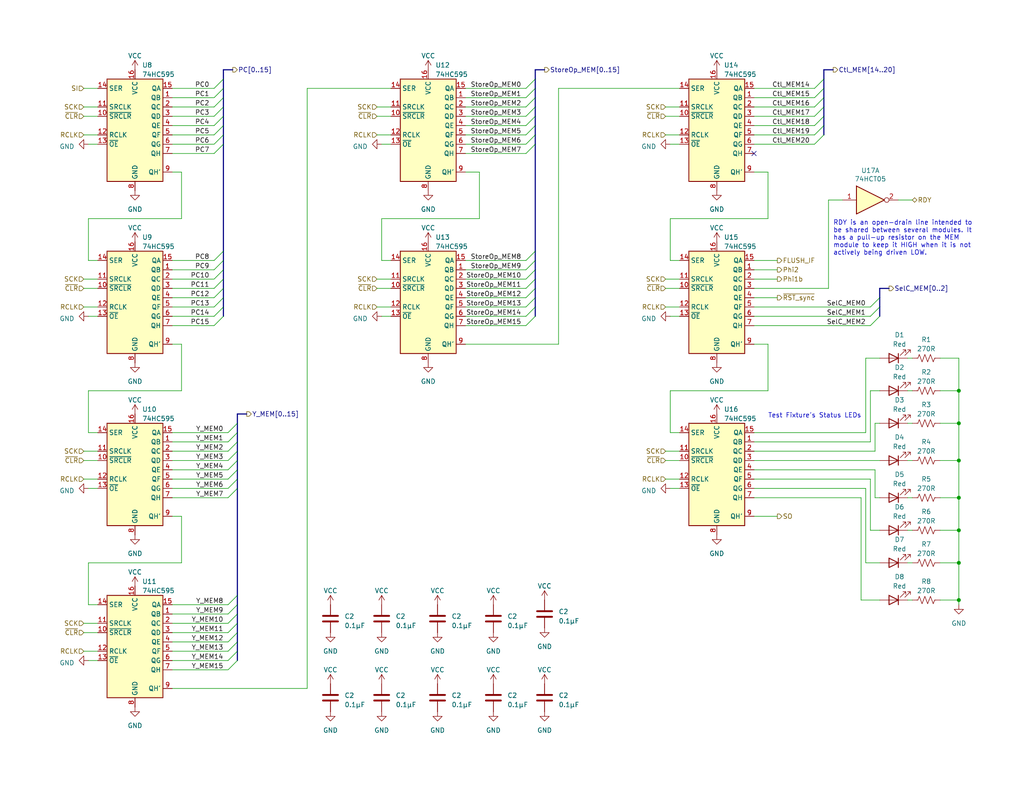
<source format=kicad_sch>
(kicad_sch (version 20230121) (generator eeschema)
  (paper "USLetter")
  (title_block (date "2023-03-20"))
  (junction (at 295.91 69.85))
  (junction (at 261.62 135.89))
  (junction (at 261.62 153.67))
  (junction (at 261.62 144.78))
  (junction (at 261.62 115.57))
  (junction (at 295.91 96.52))
  (junction (at 261.62 125.73))
  (junction (at 295.91 57.15))
  (junction (at 261.62 106.68))
  (junction (at 295.91 44.45))
  (junction (at 261.62 163.83))
  (junction (at 295.91 83.82))
  (no_connect (at 311.15 83.82))
  (no_connect (at 311.15 44.45))
  (no_connect (at 311.15 69.85))
  (no_connect (at 205.74 41.91))
  (no_connect (at 311.15 96.52))
  (no_connect (at 311.15 57.15))
  (bus_entry (at 146.05 78.74) (size -2.54 2.54))
  (bus_entry (at 60.96 76.2) (size -2.54 2.54))
  (bus_entry (at 64.77 167.64) (size -2.54 2.54))
  (bus_entry (at 60.96 81.28) (size -2.54 2.54))
  (bus_entry (at 60.96 36.83) (size -2.54 2.54))
  (bus_entry (at 146.05 71.12) (size -2.54 2.54))
  (bus_entry (at 146.05 24.13) (size -2.54 2.54))
  (bus_entry (at 64.77 120.65) (size -2.54 2.54))
  (bus_entry (at 60.96 34.29) (size -2.54 2.54))
  (bus_entry (at 60.96 83.82) (size -2.54 2.54))
  (bus_entry (at 224.79 34.29) (size -2.54 2.54))
  (bus_entry (at 64.77 133.35) (size -2.54 2.54))
  (bus_entry (at 146.05 76.2) (size -2.54 2.54))
  (bus_entry (at 60.96 26.67) (size -2.54 2.54))
  (bus_entry (at 64.77 175.26) (size -2.54 2.54))
  (bus_entry (at 64.77 162.56) (size -2.54 2.54))
  (bus_entry (at 60.96 73.66) (size -2.54 2.54))
  (bus_entry (at 64.77 165.1) (size -2.54 2.54))
  (bus_entry (at 60.96 39.37) (size -2.54 2.54))
  (bus_entry (at 146.05 34.29) (size -2.54 2.54))
  (bus_entry (at 240.03 86.36) (size -2.54 2.54))
  (bus_entry (at 146.05 29.21) (size -2.54 2.54))
  (bus_entry (at 64.77 180.34) (size -2.54 2.54))
  (bus_entry (at 224.79 36.83) (size -2.54 2.54))
  (bus_entry (at 224.79 26.67) (size -2.54 2.54))
  (bus_entry (at 64.77 128.27) (size -2.54 2.54))
  (bus_entry (at 146.05 68.58) (size -2.54 2.54))
  (bus_entry (at 64.77 123.19) (size -2.54 2.54))
  (bus_entry (at 60.96 68.58) (size -2.54 2.54))
  (bus_entry (at 146.05 86.36) (size -2.54 2.54))
  (bus_entry (at 64.77 115.57) (size -2.54 2.54))
  (bus_entry (at 240.03 81.28) (size -2.54 2.54))
  (bus_entry (at 64.77 170.18) (size -2.54 2.54))
  (bus_entry (at 64.77 125.73) (size -2.54 2.54))
  (bus_entry (at 60.96 86.36) (size -2.54 2.54))
  (bus_entry (at 146.05 36.83) (size -2.54 2.54))
  (bus_entry (at 60.96 31.75) (size -2.54 2.54))
  (bus_entry (at 60.96 78.74) (size -2.54 2.54))
  (bus_entry (at 224.79 29.21) (size -2.54 2.54))
  (bus_entry (at 64.77 130.81) (size -2.54 2.54))
  (bus_entry (at 146.05 31.75) (size -2.54 2.54))
  (bus_entry (at 60.96 24.13) (size -2.54 2.54))
  (bus_entry (at 64.77 118.11) (size -2.54 2.54))
  (bus_entry (at 224.79 24.13) (size -2.54 2.54))
  (bus_entry (at 64.77 177.8) (size -2.54 2.54))
  (bus_entry (at 64.77 172.72) (size -2.54 2.54))
  (bus_entry (at 60.96 71.12) (size -2.54 2.54))
  (bus_entry (at 224.79 21.59) (size -2.54 2.54))
  (bus_entry (at 224.79 31.75) (size -2.54 2.54))
  (bus_entry (at 146.05 73.66) (size -2.54 2.54))
  (bus_entry (at 146.05 81.28) (size -2.54 2.54))
  (bus_entry (at 60.96 29.21) (size -2.54 2.54))
  (bus_entry (at 240.03 83.82) (size -2.54 2.54))
  (bus_entry (at 146.05 26.67) (size -2.54 2.54))
  (bus_entry (at 146.05 21.59) (size -2.54 2.54))
  (bus_entry (at 146.05 39.37) (size -2.54 2.54))
  (bus_entry (at 146.05 83.82) (size -2.54 2.54))
  (bus_entry (at 60.96 21.59) (size -2.54 2.54))
  (wire (pts (xy 205.74 120.65) (xy 237.49 120.65)))
  (wire (pts (xy 247.65 153.67) (xy 248.92 153.67)))
  (wire (pts (xy 205.74 46.99) (xy 209.55 46.99)))
  (wire (pts (xy 295.91 57.15) (xy 295.91 69.85)))
  (bus (pts (xy 60.96 19.05) (xy 60.96 21.59)))
  (wire (pts (xy 143.51 36.83) (xy 127 36.83)))
  (bus (pts (xy 60.96 36.83) (xy 60.96 39.37)))
  (wire (pts (xy 181.61 36.83) (xy 185.42 36.83)))
  (wire (pts (xy 182.88 59.69) (xy 209.55 59.69)))
  (bus (pts (xy 146.05 68.58) (xy 146.05 71.12)))
  (wire (pts (xy 46.99 123.19) (xy 62.23 123.19)))
  (wire (pts (xy 261.62 97.79) (xy 261.62 106.68)))
  (wire (pts (xy 46.99 187.96) (xy 83.82 187.96)))
  (wire (pts (xy 245.11 54.61) (xy 248.92 54.61)))
  (wire (pts (xy 237.49 144.78) (xy 240.03 144.78)))
  (wire (pts (xy 205.74 130.81) (xy 237.49 130.81)))
  (wire (pts (xy 236.22 133.35) (xy 236.22 153.67)))
  (wire (pts (xy 226.06 54.61) (xy 226.06 78.74)))
  (wire (pts (xy 205.74 125.73) (xy 240.03 125.73)))
  (wire (pts (xy 22.86 172.72) (xy 26.67 172.72)))
  (wire (pts (xy 49.53 140.97) (xy 49.53 153.67)))
  (wire (pts (xy 49.53 106.68) (xy 24.13 106.68)))
  (wire (pts (xy 295.91 44.45) (xy 295.91 57.15)))
  (bus (pts (xy 146.05 83.82) (xy 146.05 86.36)))
  (wire (pts (xy 46.99 180.34) (xy 62.23 180.34)))
  (wire (pts (xy 256.54 106.68) (xy 261.62 106.68)))
  (bus (pts (xy 64.77 123.19) (xy 64.77 125.73)))
  (wire (pts (xy 261.62 144.78) (xy 261.62 153.67)))
  (wire (pts (xy 205.74 135.89) (xy 234.95 135.89)))
  (wire (pts (xy 205.74 140.97) (xy 212.09 140.97)))
  (wire (pts (xy 58.42 39.37) (xy 46.99 39.37)))
  (wire (pts (xy 22.86 83.82) (xy 26.67 83.82)))
  (wire (pts (xy 222.25 31.75) (xy 205.74 31.75)))
  (bus (pts (xy 60.96 26.67) (xy 60.96 29.21)))
  (bus (pts (xy 64.77 177.8) (xy 64.77 180.34)))
  (wire (pts (xy 185.42 24.13) (xy 152.4 24.13)))
  (wire (pts (xy 104.14 71.12) (xy 106.68 71.12)))
  (wire (pts (xy 222.25 36.83) (xy 205.74 36.83)))
  (wire (pts (xy 22.86 24.13) (xy 26.67 24.13)))
  (wire (pts (xy 261.62 125.73) (xy 261.62 135.89)))
  (wire (pts (xy 102.87 31.75) (xy 106.68 31.75)))
  (wire (pts (xy 102.87 29.21) (xy 106.68 29.21)))
  (wire (pts (xy 22.86 170.18) (xy 26.67 170.18)))
  (wire (pts (xy 240.03 106.68) (xy 237.49 106.68)))
  (wire (pts (xy 46.99 120.65) (xy 62.23 120.65)))
  (wire (pts (xy 261.62 115.57) (xy 261.62 125.73)))
  (bus (pts (xy 224.79 31.75) (xy 224.79 34.29)))
  (wire (pts (xy 102.87 36.83) (xy 106.68 36.83)))
  (wire (pts (xy 182.88 59.69) (xy 182.88 71.12)))
  (bus (pts (xy 60.96 73.66) (xy 60.96 76.2)))
  (wire (pts (xy 104.14 59.69) (xy 130.81 59.69)))
  (wire (pts (xy 24.13 180.34) (xy 26.67 180.34)))
  (wire (pts (xy 22.86 130.81) (xy 26.67 130.81)))
  (wire (pts (xy 102.87 76.2) (xy 106.68 76.2)))
  (wire (pts (xy 256.54 125.73) (xy 261.62 125.73)))
  (wire (pts (xy 46.99 130.81) (xy 62.23 130.81)))
  (wire (pts (xy 238.76 135.89) (xy 240.03 135.89)))
  (wire (pts (xy 181.61 83.82) (xy 185.42 83.82)))
  (wire (pts (xy 205.74 123.19) (xy 238.76 123.19)))
  (wire (pts (xy 295.91 127) (xy 295.91 130.81)))
  (wire (pts (xy 58.42 88.9) (xy 46.99 88.9)))
  (bus (pts (xy 146.05 71.12) (xy 146.05 73.66)))
  (bus (pts (xy 60.96 83.82) (xy 60.96 86.36)))
  (wire (pts (xy 247.65 135.89) (xy 248.92 135.89)))
  (wire (pts (xy 247.65 125.73) (xy 248.92 125.73)))
  (wire (pts (xy 209.55 106.68) (xy 182.88 106.68)))
  (wire (pts (xy 182.88 86.36) (xy 185.42 86.36)))
  (bus (pts (xy 224.79 29.21) (xy 224.79 31.75)))
  (wire (pts (xy 152.4 93.98) (xy 127 93.98)))
  (wire (pts (xy 143.51 31.75) (xy 127 31.75)))
  (wire (pts (xy 58.42 86.36) (xy 46.99 86.36)))
  (bus (pts (xy 242.57 78.74) (xy 240.03 78.74)))
  (bus (pts (xy 64.77 128.27) (xy 64.77 130.81)))
  (wire (pts (xy 49.53 93.98) (xy 49.53 106.68)))
  (wire (pts (xy 46.99 177.8) (xy 62.23 177.8)))
  (bus (pts (xy 64.77 118.11) (xy 64.77 120.65)))
  (wire (pts (xy 256.54 115.57) (xy 261.62 115.57)))
  (wire (pts (xy 247.65 163.83) (xy 248.92 163.83)))
  (bus (pts (xy 60.96 21.59) (xy 60.96 24.13)))
  (wire (pts (xy 234.95 135.89) (xy 234.95 163.83)))
  (bus (pts (xy 60.96 29.21) (xy 60.96 31.75)))
  (wire (pts (xy 24.13 153.67) (xy 24.13 165.1)))
  (wire (pts (xy 22.86 125.73) (xy 26.67 125.73)))
  (wire (pts (xy 58.42 36.83) (xy 46.99 36.83)))
  (wire (pts (xy 182.88 71.12) (xy 185.42 71.12)))
  (wire (pts (xy 143.51 29.21) (xy 127 29.21)))
  (wire (pts (xy 102.87 83.82) (xy 106.68 83.82)))
  (wire (pts (xy 205.74 88.9) (xy 237.49 88.9)))
  (wire (pts (xy 46.99 46.99) (xy 49.53 46.99)))
  (wire (pts (xy 236.22 97.79) (xy 236.22 118.11)))
  (wire (pts (xy 46.99 125.73) (xy 62.23 125.73)))
  (wire (pts (xy 205.74 76.2) (xy 212.09 76.2)))
  (bus (pts (xy 64.77 175.26) (xy 64.77 177.8)))
  (wire (pts (xy 256.54 135.89) (xy 261.62 135.89)))
  (wire (pts (xy 24.13 86.36) (xy 26.67 86.36)))
  (wire (pts (xy 58.42 71.12) (xy 46.99 71.12)))
  (wire (pts (xy 22.86 31.75) (xy 26.67 31.75)))
  (wire (pts (xy 182.88 106.68) (xy 182.88 118.11)))
  (wire (pts (xy 24.13 118.11) (xy 26.67 118.11)))
  (bus (pts (xy 64.77 167.64) (xy 64.77 170.18)))
  (wire (pts (xy 24.13 59.69) (xy 49.53 59.69)))
  (wire (pts (xy 104.14 86.36) (xy 106.68 86.36)))
  (wire (pts (xy 181.61 29.21) (xy 185.42 29.21)))
  (wire (pts (xy 182.88 39.37) (xy 185.42 39.37)))
  (bus (pts (xy 60.96 81.28) (xy 60.96 83.82)))
  (wire (pts (xy 143.51 39.37) (xy 127 39.37)))
  (wire (pts (xy 127 41.91) (xy 143.51 41.91)))
  (wire (pts (xy 58.42 83.82) (xy 46.99 83.82)))
  (wire (pts (xy 49.53 46.99) (xy 49.53 59.69)))
  (bus (pts (xy 67.31 113.03) (xy 64.77 113.03)))
  (wire (pts (xy 58.42 41.91) (xy 46.99 41.91)))
  (bus (pts (xy 146.05 78.74) (xy 146.05 81.28)))
  (wire (pts (xy 237.49 130.81) (xy 237.49 144.78)))
  (wire (pts (xy 46.99 135.89) (xy 62.23 135.89)))
  (wire (pts (xy 247.65 106.68) (xy 248.92 106.68)))
  (bus (pts (xy 240.03 81.28) (xy 240.03 83.82)))
  (wire (pts (xy 261.62 106.68) (xy 261.62 115.57)))
  (wire (pts (xy 24.13 39.37) (xy 26.67 39.37)))
  (bus (pts (xy 146.05 39.37) (xy 146.05 68.58)))
  (wire (pts (xy 46.99 172.72) (xy 62.23 172.72)))
  (wire (pts (xy 46.99 170.18) (xy 62.23 170.18)))
  (wire (pts (xy 24.13 165.1) (xy 26.67 165.1)))
  (wire (pts (xy 222.25 29.21) (xy 205.74 29.21)))
  (wire (pts (xy 46.99 133.35) (xy 62.23 133.35)))
  (wire (pts (xy 58.42 34.29) (xy 46.99 34.29)))
  (bus (pts (xy 146.05 21.59) (xy 146.05 24.13)))
  (bus (pts (xy 64.77 120.65) (xy 64.77 123.19)))
  (bus (pts (xy 64.77 133.35) (xy 64.77 162.56)))
  (bus (pts (xy 240.03 83.82) (xy 240.03 86.36)))
  (wire (pts (xy 127 46.99) (xy 130.81 46.99)))
  (bus (pts (xy 146.05 24.13) (xy 146.05 26.67)))
  (bus (pts (xy 64.77 170.18) (xy 64.77 172.72)))
  (wire (pts (xy 143.51 83.82) (xy 127 83.82)))
  (wire (pts (xy 181.61 125.73) (xy 185.42 125.73)))
  (wire (pts (xy 229.87 54.61) (xy 226.06 54.61)))
  (wire (pts (xy 152.4 24.13) (xy 152.4 93.98)))
  (wire (pts (xy 46.99 167.64) (xy 62.23 167.64)))
  (wire (pts (xy 24.13 71.12) (xy 26.67 71.12)))
  (wire (pts (xy 143.51 71.12) (xy 127 71.12)))
  (wire (pts (xy 236.22 153.67) (xy 240.03 153.67)))
  (wire (pts (xy 205.74 133.35) (xy 236.22 133.35)))
  (wire (pts (xy 205.74 78.74) (xy 226.06 78.74)))
  (wire (pts (xy 247.65 144.78) (xy 248.92 144.78)))
  (wire (pts (xy 181.61 31.75) (xy 185.42 31.75)))
  (wire (pts (xy 181.61 76.2) (xy 185.42 76.2)))
  (bus (pts (xy 64.77 162.56) (xy 64.77 165.1)))
  (wire (pts (xy 247.65 115.57) (xy 248.92 115.57)))
  (wire (pts (xy 24.13 59.69) (xy 24.13 71.12)))
  (wire (pts (xy 205.74 81.28) (xy 212.09 81.28)))
  (wire (pts (xy 143.51 76.2) (xy 127 76.2)))
  (wire (pts (xy 58.42 81.28) (xy 46.99 81.28)))
  (wire (pts (xy 205.74 93.98) (xy 209.55 93.98)))
  (bus (pts (xy 60.96 68.58) (xy 60.96 71.12)))
  (bus (pts (xy 224.79 21.59) (xy 224.79 24.13)))
  (wire (pts (xy 205.74 86.36) (xy 237.49 86.36)))
  (wire (pts (xy 143.51 34.29) (xy 127 34.29)))
  (bus (pts (xy 146.05 73.66) (xy 146.05 76.2)))
  (wire (pts (xy 182.88 133.35) (xy 185.42 133.35)))
  (bus (pts (xy 146.05 19.05) (xy 146.05 21.59)))
  (wire (pts (xy 143.51 26.67) (xy 127 26.67)))
  (bus (pts (xy 60.96 24.13) (xy 60.96 26.67)))
  (bus (pts (xy 146.05 34.29) (xy 146.05 36.83)))
  (wire (pts (xy 143.51 78.74) (xy 127 78.74)))
  (wire (pts (xy 209.55 46.99) (xy 209.55 59.69)))
  (wire (pts (xy 130.81 46.99) (xy 130.81 59.69)))
  (bus (pts (xy 64.77 113.03) (xy 64.77 115.57)))
  (bus (pts (xy 64.77 125.73) (xy 64.77 128.27)))
  (wire (pts (xy 261.62 153.67) (xy 261.62 163.83)))
  (wire (pts (xy 143.51 86.36) (xy 127 86.36)))
  (wire (pts (xy 261.62 163.83) (xy 261.62 165.1)))
  (wire (pts (xy 102.87 78.74) (xy 106.68 78.74)))
  (bus (pts (xy 146.05 36.83) (xy 146.05 39.37)))
  (bus (pts (xy 60.96 31.75) (xy 60.96 34.29)))
  (bus (pts (xy 148.59 19.05) (xy 146.05 19.05)))
  (wire (pts (xy 256.54 97.79) (xy 261.62 97.79)))
  (wire (pts (xy 58.42 24.13) (xy 46.99 24.13)))
  (wire (pts (xy 240.03 97.79) (xy 236.22 97.79)))
  (wire (pts (xy 237.49 106.68) (xy 237.49 120.65)))
  (bus (pts (xy 60.96 78.74) (xy 60.96 81.28)))
  (wire (pts (xy 58.42 31.75) (xy 46.99 31.75)))
  (bus (pts (xy 146.05 26.67) (xy 146.05 29.21)))
  (wire (pts (xy 240.03 115.57) (xy 238.76 115.57)))
  (wire (pts (xy 143.51 24.13) (xy 127 24.13)))
  (wire (pts (xy 83.82 24.13) (xy 106.68 24.13)))
  (bus (pts (xy 224.79 34.29) (xy 224.79 36.83)))
  (wire (pts (xy 22.86 36.83) (xy 26.67 36.83)))
  (wire (pts (xy 104.14 59.69) (xy 104.14 71.12)))
  (bus (pts (xy 146.05 76.2) (xy 146.05 78.74)))
  (wire (pts (xy 181.61 78.74) (xy 185.42 78.74)))
  (wire (pts (xy 46.99 140.97) (xy 49.53 140.97)))
  (bus (pts (xy 146.05 29.21) (xy 146.05 31.75)))
  (wire (pts (xy 222.25 34.29) (xy 205.74 34.29)))
  (wire (pts (xy 295.91 69.85) (xy 295.91 83.82)))
  (bus (pts (xy 224.79 26.67) (xy 224.79 29.21)))
  (wire (pts (xy 205.74 73.66) (xy 212.09 73.66)))
  (wire (pts (xy 222.25 24.13) (xy 205.74 24.13)))
  (wire (pts (xy 24.13 106.68) (xy 24.13 118.11)))
  (wire (pts (xy 256.54 144.78) (xy 261.62 144.78)))
  (bus (pts (xy 227.33 19.05) (xy 224.79 19.05)))
  (wire (pts (xy 181.61 130.81) (xy 185.42 130.81)))
  (wire (pts (xy 58.42 73.66) (xy 46.99 73.66)))
  (bus (pts (xy 146.05 31.75) (xy 146.05 34.29)))
  (wire (pts (xy 22.86 123.19) (xy 26.67 123.19)))
  (wire (pts (xy 238.76 128.27) (xy 238.76 135.89)))
  (wire (pts (xy 205.74 71.12) (xy 212.09 71.12)))
  (wire (pts (xy 46.99 118.11) (xy 62.23 118.11)))
  (wire (pts (xy 46.99 182.88) (xy 62.23 182.88)))
  (wire (pts (xy 46.99 165.1) (xy 62.23 165.1)))
  (bus (pts (xy 224.79 19.05) (xy 224.79 21.59)))
  (wire (pts (xy 209.55 93.98) (xy 209.55 106.68)))
  (wire (pts (xy 46.99 93.98) (xy 49.53 93.98)))
  (wire (pts (xy 24.13 153.67) (xy 49.53 153.67)))
  (bus (pts (xy 60.96 34.29) (xy 60.96 36.83)))
  (wire (pts (xy 58.42 76.2) (xy 46.99 76.2)))
  (wire (pts (xy 143.51 73.66) (xy 127 73.66)))
  (bus (pts (xy 64.77 130.81) (xy 64.77 133.35)))
  (wire (pts (xy 22.86 177.8) (xy 26.67 177.8)))
  (bus (pts (xy 64.77 165.1) (xy 64.77 167.64)))
  (bus (pts (xy 60.96 71.12) (xy 60.96 73.66)))
  (wire (pts (xy 46.99 175.26) (xy 62.23 175.26)))
  (bus (pts (xy 224.79 24.13) (xy 224.79 26.67)))
  (wire (pts (xy 256.54 153.67) (xy 261.62 153.67)))
  (wire (pts (xy 143.51 81.28) (xy 127 81.28)))
  (wire (pts (xy 182.88 118.11) (xy 185.42 118.11)))
  (bus (pts (xy 240.03 78.74) (xy 240.03 81.28)))
  (wire (pts (xy 83.82 24.13) (xy 83.82 187.96)))
  (wire (pts (xy 24.13 133.35) (xy 26.67 133.35)))
  (wire (pts (xy 295.91 96.52) (xy 295.91 101.6)))
  (wire (pts (xy 295.91 34.29) (xy 295.91 44.45)))
  (wire (pts (xy 58.42 78.74) (xy 46.99 78.74)))
  (wire (pts (xy 247.65 97.79) (xy 248.92 97.79)))
  (bus (pts (xy 64.77 115.57) (xy 64.77 118.11)))
  (wire (pts (xy 22.86 78.74) (xy 26.67 78.74)))
  (bus (pts (xy 146.05 81.28) (xy 146.05 83.82)))
  (wire (pts (xy 205.74 128.27) (xy 238.76 128.27)))
  (wire (pts (xy 222.25 26.67) (xy 205.74 26.67)))
  (wire (pts (xy 143.51 88.9) (xy 127 88.9)))
  (bus (pts (xy 60.96 76.2) (xy 60.96 78.74)))
  (wire (pts (xy 46.99 128.27) (xy 62.23 128.27)))
  (wire (pts (xy 261.62 135.89) (xy 261.62 144.78)))
  (wire (pts (xy 58.42 26.67) (xy 46.99 26.67)))
  (wire (pts (xy 295.91 83.82) (xy 295.91 96.52)))
  (bus (pts (xy 60.96 39.37) (xy 60.96 68.58)))
  (wire (pts (xy 222.25 39.37) (xy 205.74 39.37)))
  (wire (pts (xy 104.14 39.37) (xy 106.68 39.37)))
  (wire (pts (xy 58.42 29.21) (xy 46.99 29.21)))
  (wire (pts (xy 205.74 83.82) (xy 237.49 83.82)))
  (bus (pts (xy 64.77 172.72) (xy 64.77 175.26)))
  (wire (pts (xy 238.76 123.19) (xy 238.76 115.57)))
  (bus (pts (xy 63.5 19.05) (xy 60.96 19.05)))
  (wire (pts (xy 181.61 123.19) (xy 185.42 123.19)))
  (wire (pts (xy 234.95 163.83) (xy 240.03 163.83)))
  (wire (pts (xy 22.86 29.21) (xy 26.67 29.21)))
  (wire (pts (xy 256.54 163.83) (xy 261.62 163.83)))
  (wire (pts (xy 205.74 118.11) (xy 236.22 118.11)))
  (wire (pts (xy 22.86 76.2) (xy 26.67 76.2)))
  (text "RDY is an open-drain line intended to\nbe shared between several modules. It\nhas a pull-up resistor on the MEM\nmodule to keep it HIGH when it is not\nactively being driven LOW." (at 227.33 69.85 0) (effects (font (size 1.27 1.27)) (justify left bottom)))
  (text "Test Fixture's Status LEDs" (at 209.55 114.3 0) (effects (font (size 1.27 1.27)) (justify left bottom)))
  (label "Ctl_MEM16" (at 220.98 29.21 180))
  (label "Ctl_MEM15" (at 220.98 26.67 180))
  (label "PC13" (at 57.15 83.82 180))
  (label "PC6" (at 57.15 39.37 180))
  (label "PC5" (at 57.15 36.83 180))
  (label "Y_MEM13" (at 60.96 177.8 180))
  (label "PC12" (at 57.15 81.28 180))
  (label "StoreOp_MEM12" (at 142.24 81.28 180))
  (label "StoreOp_MEM5" (at 142.24 36.83 180))
  (label "PC7" (at 57.15 41.91 180))
  (label "Y_MEM12" (at 60.96 175.26 180))
  (label "Ctl_MEM20" (at 220.98 39.37 180))
  (label "Y_MEM8" (at 60.96 165.1 180))
  (label "Y_MEM6" (at 60.96 133.35 180))
  (label "Y_MEM0" (at 60.96 118.11 180))
  (label "Y_MEM5" (at 60.96 130.81 180))
  (label "PC1" (at 57.15 26.67 180))
  (label "Y_MEM11" (at 60.96 172.72 180))
  (label "Y_MEM4" (at 60.96 128.27 180))
  (label "PC4" (at 57.15 34.29 180))
  (label "Ctl_MEM19" (at 220.98 36.83 180))
  (label "PC8" (at 57.15 71.12 180))
  (label "Y_MEM2" (at 60.96 123.19 180))
  (label "PC11" (at 57.15 78.74 180))
  (label "StoreOp_MEM14" (at 142.24 86.36 180))
  (label "PC15" (at 57.15 88.9 180))
  (label "StoreOp_MEM8" (at 142.24 71.12 180))
  (label "StoreOp_MEM7" (at 142.24 41.91 180))
  (label "Y_MEM15" (at 60.96 182.88 180))
  (label "StoreOp_MEM6" (at 142.24 39.37 180))
  (label "StoreOp_MEM15" (at 142.24 88.9 180))
  (label "Ctl_MEM17" (at 220.98 31.75 180))
  (label "Y_MEM14" (at 60.96 180.34 180))
  (label "Y_MEM9" (at 60.96 167.64 180))
  (label "Ctl_MEM14" (at 220.98 24.13 180))
  (label "StoreOp_MEM9" (at 142.24 73.66 180))
  (label "SelC_MEM2" (at 236.22 88.9 180))
  (label "PC10" (at 57.15 76.2 180))
  (label "PC2" (at 57.15 29.21 180))
  (label "StoreOp_MEM3" (at 142.24 31.75 180))
  (label "StoreOp_MEM4" (at 142.24 34.29 180))
  (label "StoreOp_MEM10" (at 142.24 76.2 180))
  (label "PC0" (at 57.15 24.13 180))
  (label "StoreOp_MEM2" (at 142.24 29.21 180))
  (label "StoreOp_MEM13" (at 142.24 83.82 180))
  (label "PC14" (at 57.15 86.36 180))
  (label "SelC_MEM1" (at 236.22 86.36 180))
  (label "PC3" (at 57.15 31.75 180))
  (label "Y_MEM10" (at 60.96 170.18 180))
  (label "Y_MEM3" (at 60.96 125.73 180))
  (label "SelC_MEM0" (at 236.22 83.82 180))
  (label "Y_MEM1" (at 60.96 120.65 180))
  (label "StoreOp_MEM1" (at 142.24 26.67 180))
  (label "StoreOp_MEM0" (at 142.24 24.13 180))
  (label "PC9" (at 57.15 73.66 180))
  (label "Y_MEM7" (at 60.96 135.89 180))
  (label "Ctl_MEM18" (at 220.98 34.29 180))
  (label "StoreOp_MEM11" (at 142.24 78.74 180))
  (hierarchical_label "SelC_MEM[0..2]" (shape output) (at 242.57 78.74 0))
  (hierarchical_label "RCLK" (shape input) (at 22.86 36.83 180))
  (hierarchical_label "RDY" (shape tri_state) (at 248.92 54.61 0))
  (hierarchical_label "RCLK" (shape input) (at 22.86 177.8 180))
  (hierarchical_label "~{CLR}" (shape input) (at 22.86 31.75 180))
  (hierarchical_label "SCK" (shape input) (at 181.61 123.19 180))
  (hierarchical_label "~{CLR}" (shape input) (at 181.61 78.74 180))
  (hierarchical_label "SCK" (shape input) (at 22.86 29.21 180))
  (hierarchical_label "~{CLR}" (shape input) (at 102.87 78.74 180))
  (hierarchical_label "RCLK" (shape input) (at 102.87 36.83 180))
  (hierarchical_label "SO" (shape output) (at 212.09 140.97 0))
  (hierarchical_label "SCK" (shape input) (at 22.86 170.18 180))
  (hierarchical_label "SCK" (shape input) (at 102.87 76.2 180))
  (hierarchical_label "PC[0..15]" (shape output) (at 63.5 19.05 0))
  (hierarchical_label "~{CLR}" (shape input) (at 22.86 172.72 180))
  (hierarchical_label "RCLK" (shape input) (at 181.61 83.82 180))
  (hierarchical_label "RCLK" (shape input) (at 181.61 130.81 180))
  (hierarchical_label "SCK" (shape input) (at 22.86 76.2 180))
  (hierarchical_label "Phi2" (shape output) (at 212.09 73.66 0))
  (hierarchical_label "RCLK" (shape input) (at 181.61 36.83 180))
  (hierarchical_label "~{CLR}" (shape input) (at 181.61 125.73 180))
  (hierarchical_label "SI" (shape input) (at 22.86 24.13 180))
  (hierarchical_label "SCK" (shape input) (at 181.61 76.2 180))
  (hierarchical_label "~{RST_sync}" (shape output) (at 212.09 81.28 0))
  (hierarchical_label "~{CLR}" (shape input) (at 102.87 31.75 180))
  (hierarchical_label "~{CLR}" (shape input) (at 22.86 125.73 180))
  (hierarchical_label "SCK" (shape input) (at 102.87 29.21 180))
  (hierarchical_label "Ctl_MEM[14..20]" (shape output) (at 227.33 19.05 0))
  (hierarchical_label "SCK" (shape input) (at 22.86 123.19 180))
  (hierarchical_label "RCLK" (shape input) (at 22.86 83.82 180))
  (hierarchical_label "StoreOp_MEM[0..15]" (shape output) (at 148.59 19.05 0))
  (hierarchical_label "RCLK" (shape input) (at 22.86 130.81 180))
  (hierarchical_label "Y_MEM[0..15]" (shape output) (at 67.31 113.03 0))
  (hierarchical_label "Phi1b" (shape output) (at 212.09 76.2 0))
  (hierarchical_label "~{CLR}" (shape input) (at 22.86 78.74 180))
  (hierarchical_label "FLUSH_IF" (shape output) (at 212.09 71.12 0))
  (hierarchical_label "RCLK" (shape input) (at 102.87 83.82 180))
  (hierarchical_label "~{CLR}" (shape input) (at 181.61 31.75 180))
  (hierarchical_label "SCK" (shape input) (at 181.61 29.21 180))
  (symbol (lib_id "Device:R_US") (at 252.73 153.67 90) (unit 1)
    (property "Reference" "R7" (at 252.73 148.59 90))
    (property "Value" "270R" (at 252.73 151.13 90))
    (property "Footprint" "Capacitor_SMD:C_0603_1608Metric" (effects hide))
    (property "Mouser" "https://www.mouser.com/ProductDetail/652-CR0603FX-2700ELF" (effects hide))
  )
  (symbol (lib_id "Device:LED") (at 243.84 144.78 180) (unit 1)
    (property "Reference" "D6" (at 245.4275 138.43 0))
    (property "Value" "Red" (at 245.4275 140.97 0))
    (property "Footprint" "LED_SMD:LED_0603_1608Metric" (effects hide))
    (property "Mouser" "https://www.mouser.com/ProductDetail/604-AP2012ID" (effects hide))
  )
  (symbol (lib_id "power:GND") (at 104.14 172.72 0) (unit 1)
    (property "Reference" "#PWR017" (effects hide))
    (property "Value" "GND" (at 104.14 177.8 0))
    (instances (project "MEMModuleTestFixture" (path "" (reference "#PWR017") (unit 1)) (path "" (reference "#PWR091") (unit 1))))
  )
  (symbol (lib_id "74xx:74LS05") (at 295.91 114.3 0) (unit 7)
    (property "Reference" "U17" (at 301.752 113.1316 0) (effects (justify left)))
    (property "Value" "74HCT05" (at 301.752 115.443 0) (effects (justify left)))
    (property "Footprint" "Package_SO:TSSOP-14_4.4x5mm_P0.65mm" (effects hide))
    (property "Datasheet" "http://www.ti.com/lit/gpn/sn74LS05" (effects hide))
    (property "Mouser" "https://www.mouser.com/ProductDetail/ON-Semiconductor-Fairchild/MM74HCT05MTC?qs=7qg%2FUSZkK84HVNk73cLWQw%3D%3D" (effects hide))
  )
  (symbol (lib_id "Device:LED") (at 243.84 135.89 180) (unit 1)
    (property "Reference" "D5" (at 245.4275 129.54 0))
    (property "Value" "Red" (at 245.4275 132.08 0))
    (property "Footprint" "LED_SMD:LED_0603_1608Metric" (effects hide))
    (property "Mouser" "https://www.mouser.com/ProductDetail/604-AP2012ID" (effects hide))
  )
  (symbol (lib_id "Device:C") (at 134.62 168.91 0) (unit 1)
    (property "Reference" "C2" (at 138.43 168.275 0) (effects (justify left)))
    (property "Value" "0.1µF" (at 138.43 170.815 0) (effects (justify left)))
    (property "Footprint" "Capacitor_SMD:C_0603_1608Metric" (effects hide))
    (property "Mouser" "https://www.mouser.com/ProductDetail/963-EMK107B7104KAHT" (effects hide))
    (instances (project "MEMModuleTestFixture" (path "" (reference "C2") (unit 1)) (path "" (reference "C15") (unit 1))))
  )
  (symbol (lib_id "Device:R_US") (at 252.73 163.83 90) (unit 1)
    (property "Reference" "R8" (at 252.73 158.75 90))
    (property "Value" "270R" (at 252.73 161.29 90))
    (property "Footprint" "Capacitor_SMD:C_0603_1608Metric" (effects hide))
    (property "Mouser" "https://www.mouser.com/ProductDetail/652-CR0603FX-2700ELF" (effects hide))
  )
  (symbol (lib_id "power:VCC") (at 134.62 186.69 0) (unit 1)
    (property "Reference" "#PWR016" (effects hide))
    (property "Value" "VCC" (at 134.62 182.88 0))
    (instances (project "MEMModuleTestFixture" (path "" (reference "#PWR016") (unit 1)) (path "" (reference "#PWR0104") (unit 1))))
  )
  (symbol (lib_id "power:GND") (at 90.17 194.31 0) (unit 1)
    (property "Reference" "#PWR017" (effects hide))
    (property "Value" "GND" (at 90.17 199.39 0))
    (instances (project "MEMModuleTestFixture" (path "" (reference "#PWR017") (unit 1)) (path "" (reference "#PWR087") (unit 1))))
  )
  (symbol (lib_id "power:GND") (at 24.13 86.36 270) (unit 1)
    (property "Reference" "#PWR073" (effects hide))
    (property "Value" "GND" (at 20.32 86.995 90) (effects (justify right)))
  )
  (symbol (lib_id "power:GND") (at 36.83 146.05 0) (unit 1)
    (property "Reference" "#PWR017" (effects hide))
    (property "Value" "GND" (at 36.83 151.13 0))
    (instances (project "MEMModuleTestFixture" (path "" (reference "#PWR017") (unit 1)) (path "" (reference "#PWR081") (unit 1))))
  )
  (symbol (lib_id "power:GND") (at 148.59 171.45 0) (unit 1)
    (property "Reference" "#PWR017" (effects hide))
    (property "Value" "GND" (at 148.59 176.53 0))
    (instances (project "MEMModuleTestFixture" (path "" (reference "#PWR017") (unit 1)) (path "" (reference "#PWR0107") (unit 1))))
  )
  (symbol (lib_id "Device:LED") (at 243.84 125.73 180) (unit 1)
    (property "Reference" "D4" (at 245.4275 119.38 0))
    (property "Value" "Red" (at 245.4275 121.92 0))
    (property "Footprint" "LED_SMD:LED_0603_1608Metric" (effects hide))
    (property "Mouser" "https://www.mouser.com/ProductDetail/604-AP2012ID" (effects hide))
  )
  (symbol (lib_id "Device:R_US") (at 252.73 106.68 90) (unit 1)
    (property "Reference" "R2" (at 252.73 101.6 90))
    (property "Value" "270R" (at 252.73 104.14 90))
    (property "Footprint" "Capacitor_SMD:C_0603_1608Metric" (effects hide))
    (property "Mouser" "https://www.mouser.com/ProductDetail/652-CR0603FX-2700ELF" (effects hide))
  )
  (symbol (lib_id "74xx:74HC595") (at 36.83 81.28 0) (unit 1)
    (property "Reference" "U9" (at 38.7859 64.77 0) (effects (justify left)))
    (property "Value" "74HC595" (at 38.7859 67.31 0) (effects (justify left)))
    (property "Footprint" "Package_SO:TSSOP-16_4.4x5mm_P0.65mm" (effects hide))
    (property "Datasheet" "http://www.ti.com/lit/ds/symlink/sn74hc595.pdf" (effects hide))
  )
  (symbol (lib_id "Device:LED") (at 243.84 153.67 180) (unit 1)
    (property "Reference" "D7" (at 245.4275 147.32 0))
    (property "Value" "Red" (at 245.4275 149.86 0))
    (property "Footprint" "LED_SMD:LED_0603_1608Metric" (effects hide))
    (property "Mouser" "https://www.mouser.com/ProductDetail/604-AP2012ID" (effects hide))
  )
  (symbol (lib_id "Device:C") (at 134.62 190.5 0) (unit 1)
    (property "Reference" "C2" (at 138.43 189.865 0) (effects (justify left)))
    (property "Value" "0.1µF" (at 138.43 192.405 0) (effects (justify left)))
    (property "Footprint" "Capacitor_SMD:C_0603_1608Metric" (effects hide))
    (property "Mouser" "https://www.mouser.com/ProductDetail/963-EMK107B7104KAHT" (effects hide))
    (instances (project "MEMModuleTestFixture" (path "" (reference "C2") (unit 1)) (path "" (reference "C16") (unit 1))))
  )
  (symbol (lib_id "power:GND") (at 182.88 133.35 270) (unit 1)
    (property "Reference" "#PWR0112" (effects hide))
    (property "Value" "GND" (at 179.07 133.985 90) (effects (justify right)))
  )
  (symbol (lib_id "power:GND") (at 295.91 130.81 0) (mirror y) (unit 1)
    (property "Reference" "#PWR0121" (effects hide))
    (property "Value" "GND" (at 295.783 135.2042 0))
  )
  (symbol (lib_id "power:GND") (at 195.58 99.06 0) (unit 1)
    (property "Reference" "#PWR017" (effects hide))
    (property "Value" "GND" (at 195.58 104.14 0))
    (instances (project "MEMModuleTestFixture" (path "" (reference "#PWR017") (unit 1)) (path "" (reference "#PWR0116") (unit 1))))
  )
  (symbol (lib_id "Device:LED") (at 243.84 163.83 180) (unit 1)
    (property "Reference" "D8" (at 245.4275 157.48 0))
    (property "Value" "Red" (at 245.4275 160.02 0))
    (property "Footprint" "LED_SMD:LED_0603_1608Metric" (effects hide))
    (property "Mouser" "https://www.mouser.com/ProductDetail/604-AP2012ID" (effects hide))
  )
  (symbol (lib_id "Device:LED") (at 243.84 97.79 180) (unit 1)
    (property "Reference" "D1" (at 245.4275 91.44 0))
    (property "Value" "Red" (at 245.4275 93.98 0))
    (property "Footprint" "LED_SMD:LED_0603_1608Metric" (effects hide))
    (property "Mouser" "https://www.mouser.com/ProductDetail/604-AP2012ID" (effects hide))
  )
  (symbol (lib_id "power:GND") (at 119.38 194.31 0) (unit 1)
    (property "Reference" "#PWR017" (effects hide))
    (property "Value" "GND" (at 119.38 199.39 0))
    (instances (project "MEMModuleTestFixture" (path "" (reference "#PWR017") (unit 1)) (path "" (reference "#PWR0101") (unit 1))))
  )
  (symbol (lib_id "74xx:74LS05") (at 237.49 54.61 0) (unit 1)
    (property "Reference" "U17" (at 237.49 46.5582 0))
    (property "Value" "74HCT05" (at 237.49 48.8696 0))
    (property "Footprint" "Package_SO:TSSOP-14_4.4x5mm_P0.65mm" (effects hide))
    (property "Datasheet" "http://www.ti.com/lit/gpn/sn74LS05" (effects hide))
    (property "Mouser" "https://www.mouser.com/ProductDetail/ON-Semiconductor-Fairchild/MM74HCT05MTC?qs=7qg%2FUSZkK84HVNk73cLWQw%3D%3D" (effects hide))
  )
  (symbol (lib_id "power:GND") (at 261.62 165.1 0) (unit 1)
    (property "Reference" "#PWR017" (effects hide))
    (property "Value" "GND" (at 261.62 170.18 0))
    (instances (project "MEMModuleTestFixture" (path "" (reference "#PWR017") (unit 1)) (path "" (reference "#PWR0119") (unit 1))))
  )
  (symbol (lib_id "power:VCC") (at 36.83 113.03 0) (unit 1)
    (property "Reference" "#PWR016" (effects hide))
    (property "Value" "VCC" (at 36.83 109.22 0))
    (instances (project "MEMModuleTestFixture" (path "" (reference "#PWR016") (unit 1)) (path "" (reference "#PWR080") (unit 1))))
  )
  (symbol (lib_id "power:GND") (at 24.13 180.34 270) (unit 1)
    (property "Reference" "#PWR075" (effects hide))
    (property "Value" "GND" (at 20.32 180.975 90) (effects (justify right)))
  )
  (symbol (lib_id "power:GND") (at 182.88 86.36 270) (unit 1)
    (property "Reference" "#PWR0111" (effects hide))
    (property "Value" "GND" (at 179.07 86.995 90) (effects (justify right)))
  )
  (symbol (lib_id "Device:C") (at 90.17 190.5 0) (unit 1)
    (property "Reference" "C2" (at 93.98 189.865 0) (effects (justify left)))
    (property "Value" "0.1µF" (at 93.98 192.405 0) (effects (justify left)))
    (property "Footprint" "Capacitor_SMD:C_0603_1608Metric" (effects hide))
    (property "Mouser" "https://www.mouser.com/ProductDetail/963-EMK107B7104KAHT" (effects hide))
    (instances (project "MEMModuleTestFixture" (path "" (reference "C2") (unit 1)) (path "" (reference "C10") (unit 1))))
  )
  (symbol (lib_id "Device:C") (at 104.14 168.91 0) (unit 1)
    (property "Reference" "C2" (at 107.95 168.275 0) (effects (justify left)))
    (property "Value" "0.1µF" (at 107.95 170.815 0) (effects (justify left)))
    (property "Footprint" "Capacitor_SMD:C_0603_1608Metric" (effects hide))
    (property "Mouser" "https://www.mouser.com/ProductDetail/963-EMK107B7104KAHT" (effects hide))
    (instances (project "MEMModuleTestFixture" (path "" (reference "C2") (unit 1)) (path "" (reference "C11") (unit 1))))
  )
  (symbol (lib_id "power:GND") (at 182.88 39.37 270) (unit 1)
    (property "Reference" "#PWR0110" (effects hide))
    (property "Value" "GND" (at 179.07 40.005 90) (effects (justify right)))
  )
  (symbol (lib_id "power:VCC") (at 116.84 19.05 0) (unit 1)
    (property "Reference" "#PWR016" (effects hide))
    (property "Value" "VCC" (at 116.84 15.24 0))
    (instances (project "MEMModuleTestFixture" (path "" (reference "#PWR016") (unit 1)) (path "" (reference "#PWR094") (unit 1))))
  )
  (symbol (lib_id "power:VCC") (at 104.14 186.69 0) (unit 1)
    (property "Reference" "#PWR016" (effects hide))
    (property "Value" "VCC" (at 104.14 182.88 0))
    (instances (project "MEMModuleTestFixture" (path "" (reference "#PWR016") (unit 1)) (path "" (reference "#PWR092") (unit 1))))
  )
  (symbol (lib_id "power:GND") (at 195.58 52.07 0) (unit 1)
    (property "Reference" "#PWR017" (effects hide))
    (property "Value" "GND" (at 195.58 57.15 0))
    (instances (project "MEMModuleTestFixture" (path "" (reference "#PWR017") (unit 1)) (path "" (reference "#PWR0114") (unit 1))))
  )
  (symbol (lib_id "Device:R_US") (at 252.73 135.89 90) (unit 1)
    (property "Reference" "R5" (at 252.73 130.81 90))
    (property "Value" "270R" (at 252.73 133.35 90))
    (property "Footprint" "Capacitor_SMD:C_0603_1608Metric" (effects hide))
    (property "Mouser" "https://www.mouser.com/ProductDetail/652-CR0603FX-2700ELF" (effects hide))
  )
  (symbol (lib_id "74xx:74HC595") (at 36.83 34.29 0) (unit 1)
    (property "Reference" "U8" (at 38.7859 17.78 0) (effects (justify left)))
    (property "Value" "74HC595" (at 38.7859 20.32 0) (effects (justify left)))
    (property "Footprint" "Package_SO:TSSOP-16_4.4x5mm_P0.65mm" (effects hide))
    (property "Datasheet" "http://www.ti.com/lit/ds/symlink/sn74hc595.pdf" (effects hide))
  )
  (symbol (lib_id "power:GND") (at 119.38 172.72 0) (unit 1)
    (property "Reference" "#PWR017" (effects hide))
    (property "Value" "GND" (at 119.38 177.8 0))
    (instances (project "MEMModuleTestFixture" (path "" (reference "#PWR017") (unit 1)) (path "" (reference "#PWR099") (unit 1))))
  )
  (symbol (lib_id "74xx:74HC595") (at 195.58 34.29 0) (unit 1)
    (property "Reference" "U14" (at 197.5359 17.78 0) (effects (justify left)))
    (property "Value" "74HC595" (at 197.5359 20.32 0) (effects (justify left)))
    (property "Footprint" "Package_SO:TSSOP-16_4.4x5mm_P0.65mm" (effects hide))
    (property "Datasheet" "http://www.ti.com/lit/ds/symlink/sn74hc595.pdf" (effects hide))
  )
  (symbol (lib_id "74xx:74LS05") (at 303.53 69.85 0) (unit 4)
    (property "Reference" "U17" (at 303.53 61.7982 0))
    (property "Value" "74HCT05" (at 303.53 64.1096 0))
    (property "Footprint" "Package_SO:TSSOP-14_4.4x5mm_P0.65mm" (effects hide))
    (property "Datasheet" "http://www.ti.com/lit/gpn/sn74LS05" (effects hide))
    (property "Mouser" "https://www.mouser.com/ProductDetail/ON-Semiconductor-Fairchild/MM74HCT05MTC?qs=7qg%2FUSZkK84HVNk73cLWQw%3D%3D" (effects hide))
  )
  (symbol (lib_id "power:GND") (at 24.13 133.35 270) (unit 1)
    (property "Reference" "#PWR074" (effects hide))
    (property "Value" "GND" (at 20.32 133.985 90) (effects (justify right)))
  )
  (symbol (lib_id "power:VCC") (at 90.17 165.1 0) (unit 1)
    (property "Reference" "#PWR016" (effects hide))
    (property "Value" "VCC" (at 90.17 161.29 0))
    (instances (project "MEMModuleTestFixture" (path "" (reference "#PWR016") (unit 1)) (path "" (reference "#PWR084") (unit 1))))
  )
  (symbol (lib_id "power:GND") (at 116.84 52.07 0) (unit 1)
    (property "Reference" "#PWR017" (effects hide))
    (property "Value" "GND" (at 116.84 57.15 0))
    (instances (project "MEMModuleTestFixture" (path "" (reference "#PWR017") (unit 1)) (path "" (reference "#PWR095") (unit 1))))
  )
  (symbol (lib_id "Device:R_US") (at 252.73 97.79 90) (unit 1)
    (property "Reference" "R1" (at 252.73 92.71 90))
    (property "Value" "270R" (at 252.73 95.25 90))
    (property "Footprint" "Capacitor_SMD:C_0603_1608Metric" (effects hide))
    (property "Mouser" "https://www.mouser.com/ProductDetail/652-CR0603FX-2700ELF" (effects hide))
  )
  (symbol (lib_id "74xx:74HC595") (at 195.58 81.28 0) (unit 1)
    (property "Reference" "U15" (at 197.5359 64.77 0) (effects (justify left)))
    (property "Value" "74HC595" (at 197.5359 67.31 0) (effects (justify left)))
    (property "Footprint" "Package_SO:TSSOP-16_4.4x5mm_P0.65mm" (effects hide))
    (property "Datasheet" "http://www.ti.com/lit/ds/symlink/sn74hc595.pdf" (effects hide))
  )
  (symbol (lib_id "power:GND") (at 104.14 39.37 270) (unit 1)
    (property "Reference" "#PWR088" (effects hide))
    (property "Value" "GND" (at 100.33 40.005 90) (effects (justify right)))
  )
  (symbol (lib_id "power:VCC") (at 148.59 163.83 0) (unit 1)
    (property "Reference" "#PWR016" (effects hide))
    (property "Value" "VCC" (at 148.59 160.02 0))
    (instances (project "MEMModuleTestFixture" (path "" (reference "#PWR016") (unit 1)) (path "" (reference "#PWR0106") (unit 1))))
  )
  (symbol (lib_id "Device:LED") (at 243.84 106.68 180) (unit 1)
    (property "Reference" "D2" (at 245.4275 100.33 0))
    (property "Value" "Red" (at 245.4275 102.87 0))
    (property "Footprint" "LED_SMD:LED_0603_1608Metric" (effects hide))
    (property "Mouser" "https://www.mouser.com/ProductDetail/604-AP2012ID" (effects hide))
  )
  (symbol (lib_id "power:GND") (at 116.84 99.06 0) (unit 1)
    (property "Reference" "#PWR017" (effects hide))
    (property "Value" "GND" (at 116.84 104.14 0))
    (instances (project "MEMModuleTestFixture" (path "" (reference "#PWR017") (unit 1)) (path "" (reference "#PWR097") (unit 1))))
  )
  (symbol (lib_id "power:GND") (at 134.62 194.31 0) (unit 1)
    (property "Reference" "#PWR017" (effects hide))
    (property "Value" "GND" (at 134.62 199.39 0))
    (instances (project "MEMModuleTestFixture" (path "" (reference "#PWR017") (unit 1)) (path "" (reference "#PWR0105") (unit 1))))
  )
  (symbol (lib_id "power:GND") (at 36.83 193.04 0) (unit 1)
    (property "Reference" "#PWR017" (effects hide))
    (property "Value" "GND" (at 36.83 198.12 0))
    (instances (project "MEMModuleTestFixture" (path "" (reference "#PWR017") (unit 1)) (path "" (reference "#PWR083") (unit 1))))
  )
  (symbol (lib_id "power:VCC") (at 36.83 19.05 0) (unit 1)
    (property "Reference" "#PWR016" (effects hide))
    (property "Value" "VCC" (at 36.83 15.24 0))
    (instances (project "MEMModuleTestFixture" (path "" (reference "#PWR016") (unit 1)) (path "" (reference "#PWR076") (unit 1))))
  )
  (symbol (lib_id "power:GND") (at 36.83 52.07 0) (unit 1)
    (property "Reference" "#PWR017" (effects hide))
    (property "Value" "GND" (at 36.83 57.15 0))
    (instances (project "MEMModuleTestFixture" (path "" (reference "#PWR017") (unit 1)) (path "" (reference "#PWR077") (unit 1))))
  )
  (symbol (lib_id "74xx:74HC595") (at 195.58 128.27 0) (unit 1)
    (property "Reference" "U16" (at 197.5359 111.76 0) (effects (justify left)))
    (property "Value" "74HC595" (at 197.5359 114.3 0) (effects (justify left)))
    (property "Footprint" "Package_SO:TSSOP-16_4.4x5mm_P0.65mm" (effects hide))
    (property "Datasheet" "http://www.ti.com/lit/ds/symlink/sn74hc595.pdf" (effects hide))
  )
  (symbol (lib_id "Device:C") (at 104.14 190.5 0) (unit 1)
    (property "Reference" "C2" (at 107.95 189.865 0) (effects (justify left)))
    (property "Value" "0.1µF" (at 107.95 192.405 0) (effects (justify left)))
    (property "Footprint" "Capacitor_SMD:C_0603_1608Metric" (effects hide))
    (property "Mouser" "https://www.mouser.com/ProductDetail/963-EMK107B7104KAHT" (effects hide))
    (instances (project "MEMModuleTestFixture" (path "" (reference "C2") (unit 1)) (path "" (reference "C12") (unit 1))))
  )
  (symbol (lib_id "74xx:74HC595") (at 36.83 175.26 0) (unit 1)
    (property "Reference" "U11" (at 38.7859 158.75 0) (effects (justify left)))
    (property "Value" "74HC595" (at 38.7859 161.29 0) (effects (justify left)))
    (property "Footprint" "Package_SO:TSSOP-16_4.4x5mm_P0.65mm" (effects hide))
    (property "Datasheet" "http://www.ti.com/lit/ds/symlink/sn74hc595.pdf" (effects hide))
  )
  (symbol (lib_id "Device:C") (at 119.38 190.5 0) (unit 1)
    (property "Reference" "C2" (at 123.19 189.865 0) (effects (justify left)))
    (property "Value" "0.1µF" (at 123.19 192.405 0) (effects (justify left)))
    (property "Footprint" "Capacitor_SMD:C_0603_1608Metric" (effects hide))
    (property "Mouser" "https://www.mouser.com/ProductDetail/963-EMK107B7104KAHT" (effects hide))
    (instances (project "MEMModuleTestFixture" (path "" (reference "C2") (unit 1)) (path "" (reference "C14") (unit 1))))
  )
  (symbol (lib_id "power:VCC") (at 119.38 186.69 0) (unit 1)
    (property "Reference" "#PWR016" (effects hide))
    (property "Value" "VCC" (at 119.38 182.88 0))
    (instances (project "MEMModuleTestFixture" (path "" (reference "#PWR016") (unit 1)) (path "" (reference "#PWR0100") (unit 1))))
  )
  (symbol (lib_id "Device:R_US") (at 252.73 115.57 90) (unit 1)
    (property "Reference" "R3" (at 252.73 110.49 90))
    (property "Value" "270R" (at 252.73 113.03 90))
    (property "Footprint" "Capacitor_SMD:C_0603_1608Metric" (effects hide))
    (property "Mouser" "https://www.mouser.com/ProductDetail/652-CR0603FX-2700ELF" (effects hide))
  )
  (symbol (lib_id "power:GND") (at 90.17 172.72 0) (unit 1)
    (property "Reference" "#PWR017" (effects hide))
    (property "Value" "GND" (at 90.17 177.8 0))
    (instances (project "MEMModuleTestFixture" (path "" (reference "#PWR017") (unit 1)) (path "" (reference "#PWR085") (unit 1))))
  )
  (symbol (lib_id "power:GND") (at 36.83 99.06 0) (unit 1)
    (property "Reference" "#PWR017" (effects hide))
    (property "Value" "GND" (at 36.83 104.14 0))
    (instances (project "MEMModuleTestFixture" (path "" (reference "#PWR017") (unit 1)) (path "" (reference "#PWR079") (unit 1))))
  )
  (symbol (lib_id "Device:C") (at 119.38 168.91 0) (unit 1)
    (property "Reference" "C2" (at 123.19 168.275 0) (effects (justify left)))
    (property "Value" "0.1µF" (at 123.19 170.815 0) (effects (justify left)))
    (property "Footprint" "Capacitor_SMD:C_0603_1608Metric" (effects hide))
    (property "Mouser" "https://www.mouser.com/ProductDetail/963-EMK107B7104KAHT" (effects hide))
    (instances (project "MEMModuleTestFixture" (path "" (reference "C2") (unit 1)) (path "" (reference "C13") (unit 1))))
  )
  (symbol (lib_id "power:GND") (at 104.14 86.36 270) (unit 1)
    (property "Reference" "#PWR089" (effects hide))
    (property "Value" "GND" (at 100.33 86.995 90) (effects (justify right)))
  )
  (symbol (lib_id "power:VCC") (at 36.83 66.04 0) (unit 1)
    (property "Reference" "#PWR016" (effects hide))
    (property "Value" "VCC" (at 36.83 62.23 0))
    (instances (project "MEMModuleTestFixture" (path "" (reference "#PWR016") (unit 1)) (path "" (reference "#PWR078") (unit 1))))
  )
  (symbol (lib_id "power:GND") (at 104.14 194.31 0) (unit 1)
    (property "Reference" "#PWR017" (effects hide))
    (property "Value" "GND" (at 104.14 199.39 0))
    (instances (project "MEMModuleTestFixture" (path "" (reference "#PWR017") (unit 1)) (path "" (reference "#PWR093") (unit 1))))
  )
  (symbol (lib_id "Device:C") (at 90.17 168.91 0) (unit 1)
    (property "Reference" "C2" (at 93.98 168.275 0) (effects (justify left)))
    (property "Value" "0.1µF" (at 93.98 170.815 0) (effects (justify left)))
    (property "Footprint" "Capacitor_SMD:C_0603_1608Metric" (effects hide))
    (property "Mouser" "https://www.mouser.com/ProductDetail/963-EMK107B7104KAHT" (effects hide))
    (instances (project "MEMModuleTestFixture" (path "" (reference "C2") (unit 1)) (path "" (reference "C9") (unit 1))))
  )
  (symbol (lib_id "power:VCC") (at 195.58 113.03 0) (unit 1)
    (property "Reference" "#PWR016" (effects hide))
    (property "Value" "VCC" (at 195.58 109.22 0))
    (instances (project "MEMModuleTestFixture" (path "" (reference "#PWR016") (unit 1)) (path "" (reference "#PWR0117") (unit 1))))
  )
  (symbol (lib_id "power:VCC") (at 195.58 19.05 0) (unit 1)
    (property "Reference" "#PWR016" (effects hide))
    (property "Value" "VCC" (at 195.58 15.24 0))
    (instances (project "MEMModuleTestFixture" (path "" (reference "#PWR016") (unit 1)) (path "" (reference "#PWR0113") (unit 1))))
  )
  (symbol (lib_id "power:VCC") (at 119.38 165.1 0) (unit 1)
    (property "Reference" "#PWR016" (effects hide))
    (property "Value" "VCC" (at 119.38 161.29 0))
    (instances (project "MEMModuleTestFixture" (path "" (reference "#PWR016") (unit 1)) (path "" (reference "#PWR098") (unit 1))))
  )
  (symbol (lib_id "Device:R_US") (at 252.73 125.73 90) (unit 1)
    (property "Reference" "R4" (at 252.73 120.65 90))
    (property "Value" "270R" (at 252.73 123.19 90))
    (property "Footprint" "Capacitor_SMD:C_0603_1608Metric" (effects hide))
    (property "Mouser" "https://www.mouser.com/ProductDetail/652-CR0603FX-2700ELF" (effects hide))
  )
  (symbol (lib_id "74xx:74HC595") (at 116.84 81.28 0) (unit 1)
    (property "Reference" "U13" (at 118.7959 64.77 0) (effects (justify left)))
    (property "Value" "74HC595" (at 118.7959 67.31 0) (effects (justify left)))
    (property "Footprint" "Package_SO:TSSOP-16_4.4x5mm_P0.65mm" (effects hide))
    (property "Datasheet" "http://www.ti.com/lit/ds/symlink/sn74hc595.pdf" (effects hide))
  )
  (symbol (lib_id "power:VCC") (at 148.59 186.69 0) (unit 1)
    (property "Reference" "#PWR016" (effects hide))
    (property "Value" "VCC" (at 148.59 182.88 0))
    (instances (project "MEMModuleTestFixture" (path "" (reference "#PWR016") (unit 1)) (path "" (reference "#PWR0108") (unit 1))))
  )
  (symbol (lib_id "power:VCC") (at 90.17 186.69 0) (unit 1)
    (property "Reference" "#PWR016" (effects hide))
    (property "Value" "VCC" (at 90.17 182.88 0))
    (instances (project "MEMModuleTestFixture" (path "" (reference "#PWR016") (unit 1)) (path "" (reference "#PWR086") (unit 1))))
  )
  (symbol (lib_id "power:VCC") (at 295.91 34.29 0) (unit 1)
    (property "Reference" "#PWR0120" (effects hide))
    (property "Value" "VCC" (at 296.3418 29.8958 0))
  )
  (symbol (lib_id "74xx:74LS05") (at 303.53 96.52 0) (unit 6)
    (property "Reference" "U17" (at 303.53 88.4682 0))
    (property "Value" "74HCT05" (at 303.53 90.7796 0))
    (property "Footprint" "Package_SO:TSSOP-14_4.4x5mm_P0.65mm" (effects hide))
    (property "Datasheet" "http://www.ti.com/lit/gpn/sn74LS05" (effects hide))
    (property "Mouser" "https://www.mouser.com/ProductDetail/ON-Semiconductor-Fairchild/MM74HCT05MTC?qs=7qg%2FUSZkK84HVNk73cLWQw%3D%3D" (effects hide))
  )
  (symbol (lib_id "power:VCC") (at 104.14 165.1 0) (unit 1)
    (property "Reference" "#PWR016" (effects hide))
    (property "Value" "VCC" (at 104.14 161.29 0))
    (instances (project "MEMModuleTestFixture" (path "" (reference "#PWR016") (unit 1)) (path "" (reference "#PWR090") (unit 1))))
  )
  (symbol (lib_id "power:VCC") (at 134.62 165.1 0) (unit 1)
    (property "Reference" "#PWR016" (effects hide))
    (property "Value" "VCC" (at 134.62 161.29 0))
    (instances (project "MEMModuleTestFixture" (path "" (reference "#PWR016") (unit 1)) (path "" (reference "#PWR0102") (unit 1))))
  )
  (symbol (lib_id "power:VCC") (at 36.83 160.02 0) (unit 1)
    (property "Reference" "#PWR016" (effects hide))
    (property "Value" "VCC" (at 36.83 156.21 0))
    (instances (project "MEMModuleTestFixture" (path "" (reference "#PWR016") (unit 1)) (path "" (reference "#PWR082") (unit 1))))
  )
  (symbol (lib_id "Device:R_US") (at 252.73 144.78 90) (unit 1)
    (property "Reference" "R6" (at 252.73 139.7 90))
    (property "Value" "270R" (at 252.73 142.24 90))
    (property "Footprint" "Capacitor_SMD:C_0603_1608Metric" (effects hide))
    (property "Mouser" "https://www.mouser.com/ProductDetail/652-CR0603FX-2700ELF" (effects hide))
  )
  (symbol (lib_id "74xx:74LS05") (at 303.53 57.15 0) (unit 3)
    (property "Reference" "U17" (at 303.53 49.0982 0))
    (property "Value" "74HCT05" (at 303.53 51.4096 0))
    (property "Footprint" "Package_SO:TSSOP-14_4.4x5mm_P0.65mm" (effects hide))
    (property "Datasheet" "http://www.ti.com/lit/gpn/sn74LS05" (effects hide))
    (property "Mouser" "https://www.mouser.com/ProductDetail/ON-Semiconductor-Fairchild/MM74HCT05MTC?qs=7qg%2FUSZkK84HVNk73cLWQw%3D%3D" (effects hide))
  )
  (symbol (lib_id "power:GND") (at 195.58 146.05 0) (unit 1)
    (property "Reference" "#PWR017" (effects hide))
    (property "Value" "GND" (at 195.58 151.13 0))
    (instances (project "MEMModuleTestFixture" (path "" (reference "#PWR017") (unit 1)) (path "" (reference "#PWR0118") (unit 1))))
  )
  (symbol (lib_id "power:VCC") (at 116.84 66.04 0) (unit 1)
    (property "Reference" "#PWR016" (effects hide))
    (property "Value" "VCC" (at 116.84 62.23 0))
    (instances (project "MEMModuleTestFixture" (path "" (reference "#PWR016") (unit 1)) (path "" (reference "#PWR096") (unit 1))))
  )
  (symbol (lib_id "power:GND") (at 148.59 194.31 0) (unit 1)
    (property "Reference" "#PWR017" (effects hide))
    (property "Value" "GND" (at 148.59 199.39 0))
    (instances (project "MEMModuleTestFixture" (path "" (reference "#PWR017") (unit 1)) (path "" (reference "#PWR0109") (unit 1))))
  )
  (symbol (lib_id "74xx:74LS05") (at 303.53 44.45 0) (unit 2)
    (property "Reference" "U17" (at 303.53 36.3982 0))
    (property "Value" "74HCT05" (at 303.53 38.7096 0))
    (property "Footprint" "Package_SO:TSSOP-14_4.4x5mm_P0.65mm" (effects hide))
    (property "Datasheet" "http://www.ti.com/lit/gpn/sn74LS05" (effects hide))
    (property "Mouser" "https://www.mouser.com/ProductDetail/ON-Semiconductor-Fairchild/MM74HCT05MTC?qs=7qg%2FUSZkK84HVNk73cLWQw%3D%3D" (effects hide))
  )
  (symbol (lib_id "power:GND") (at 134.62 172.72 0) (unit 1)
    (property "Reference" "#PWR017" (effects hide))
    (property "Value" "GND" (at 134.62 177.8 0))
    (instances (project "MEMModuleTestFixture" (path "" (reference "#PWR017") (unit 1)) (path "" (reference "#PWR0103") (unit 1))))
  )
  (symbol (lib_id "74xx:74HC595") (at 36.83 128.27 0) (unit 1)
    (property "Reference" "U10" (at 38.7859 111.76 0) (effects (justify left)))
    (property "Value" "74HC595" (at 38.7859 114.3 0) (effects (justify left)))
    (property "Footprint" "Package_SO:TSSOP-16_4.4x5mm_P0.65mm" (effects hide))
    (property "Datasheet" "http://www.ti.com/lit/ds/symlink/sn74hc595.pdf" (effects hide))
  )
  (symbol (lib_id "Device:LED") (at 243.84 115.57 180) (unit 1)
    (property "Reference" "D3" (at 245.4275 109.22 0))
    (property "Value" "Red" (at 245.4275 111.76 0))
    (property "Footprint" "LED_SMD:LED_0603_1608Metric" (effects hide))
    (property "Mouser" "https://www.mouser.com/ProductDetail/604-AP2012ID" (effects hide))
  )
  (symbol (lib_id "74xx:74HC595") (at 116.84 34.29 0) (unit 1)
    (property "Reference" "U12" (at 118.7959 17.78 0) (effects (justify left)))
    (property "Value" "74HC595" (at 118.7959 20.32 0) (effects (justify left)))
    (property "Footprint" "Package_SO:TSSOP-16_4.4x5mm_P0.65mm" (effects hide))
    (property "Datasheet" "http://www.ti.com/lit/ds/symlink/sn74hc595.pdf" (effects hide))
  )
  (symbol (lib_id "power:GND") (at 24.13 39.37 270) (unit 1)
    (property "Reference" "#PWR072" (effects hide))
    (property "Value" "GND" (at 20.32 40.005 90) (effects (justify right)))
  )
  (symbol (lib_id "74xx:74LS05") (at 303.53 83.82 0) (unit 5)
    (property "Reference" "U17" (at 303.53 75.7682 0))
    (property "Value" "74HCT05" (at 303.53 78.0796 0))
    (property "Footprint" "Package_SO:TSSOP-14_4.4x5mm_P0.65mm" (effects hide))
    (property "Datasheet" "http://www.ti.com/lit/gpn/sn74LS05" (effects hide))
    (property "Mouser" "https://www.mouser.com/ProductDetail/ON-Semiconductor-Fairchild/MM74HCT05MTC?qs=7qg%2FUSZkK84HVNk73cLWQw%3D%3D" (effects hide))
  )
  (symbol (lib_id "Device:C") (at 148.59 167.64 0) (unit 1)
    (property "Reference" "C2" (at 152.4 167.005 0) (effects (justify left)))
    (property "Value" "0.1µF" (at 152.4 169.545 0) (effects (justify left)))
    (property "Footprint" "Capacitor_SMD:C_0603_1608Metric" (effects hide))
    (property "Mouser" "https://www.mouser.com/ProductDetail/963-EMK107B7104KAHT" (effects hide))
    (instances (project "MEMModuleTestFixture" (path "" (reference "C2") (unit 1)) (path "" (reference "C17") (unit 1))))
  )
  (symbol (lib_id "power:VCC") (at 195.58 66.04 0) (unit 1)
    (property "Reference" "#PWR016" (effects hide))
    (property "Value" "VCC" (at 195.58 62.23 0))
    (instances (project "MEMModuleTestFixture" (path "" (reference "#PWR016") (unit 1)) (path "" (reference "#PWR0115") (unit 1))))
  )
  (symbol (lib_id "Device:C") (at 148.59 190.5 0) (unit 1)
    (property "Reference" "C2" (at 152.4 189.865 0) (effects (justify left)))
    (property "Value" "0.1µF" (at 152.4 192.405 0) (effects (justify left)))
    (property "Footprint" "Capacitor_SMD:C_0603_1608Metric" (effects hide))
    (property "Mouser" "https://www.mouser.com/ProductDetail/963-EMK107B7104KAHT" (effects hide))
    (instances (project "MEMModuleTestFixture" (path "" (reference "C2") (unit 1)) (path "" (reference "C18") (unit 1))))
  )
)
</source>
